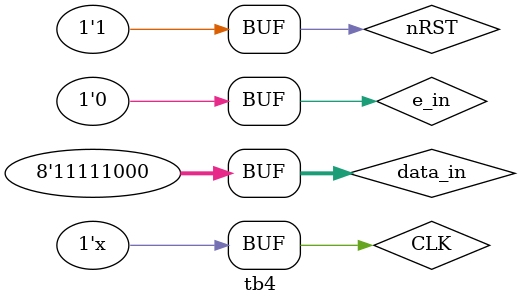
<source format=v>
module tb4;

reg nRST, CLK, e_in;
reg [7:0] data_in;
wire e_out;
wire [7:0] data_out;

pb4 U0(nRST, CLK, data_in, e_in, data_out, e_out);

always #5 CLK = ~CLK;

initial begin
	nRST = 1; CLK = 0; e_in = 0;
	#10 nRST = 0; 
	#10 nRST = 1; e_in = 1;
	#10 data_in = 8'b11111111;
	#10 data_in = 8'b11111110;
	#10 data_in = 8'b11111100;
	#10 data_in = 8'b11111000;
	#10 e_in = 0;
end

endmodule
</source>
